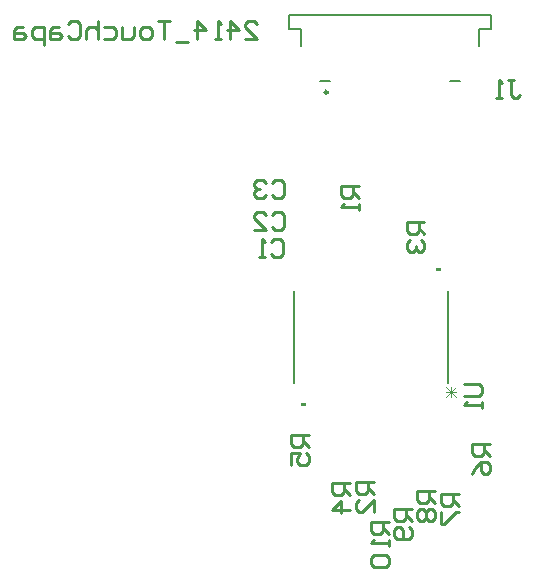
<source format=gbr>
%TF.GenerationSoftware,Altium Limited,Altium Designer,24.7.2 (38)*%
G04 Layer_Color=32896*
%FSLAX43Y43*%
%MOMM*%
%TF.SameCoordinates,179ED5A7-1FD7-47B0-8EB6-D2B1FD869DB5*%
%TF.FilePolarity,Positive*%
%TF.FileFunction,Legend,Bot*%
%TF.Part,Single*%
G01*
G75*
%TA.AperFunction,NonConductor*%
%ADD21C,0.254*%
%ADD22C,0.250*%
%ADD23C,0.200*%
%ADD24C,0.152*%
%ADD25C,0.076*%
G36*
X27867Y40808D02*
Y40554D01*
X27486D01*
Y40808D01*
X27867D01*
D02*
G37*
G36*
X39297Y51933D02*
Y52187D01*
X38916D01*
Y51933D01*
X39297D01*
D02*
G37*
D21*
X22730Y71605D02*
X23746D01*
X22730Y72621D01*
Y72875D01*
X22984Y73129D01*
X23492D01*
X23746Y72875D01*
X21461Y71605D02*
Y73129D01*
X22222Y72367D01*
X21207D01*
X20699Y71605D02*
X20191D01*
X20445D01*
Y73129D01*
X20699Y72875D01*
X18668Y71605D02*
Y73129D01*
X19429Y72367D01*
X18414D01*
X17906Y71351D02*
X16890D01*
X16382Y73129D02*
X15367D01*
X15875D01*
Y71605D01*
X14605D02*
X14097D01*
X13843Y71859D01*
Y72367D01*
X14097Y72621D01*
X14605D01*
X14859Y72367D01*
Y71859D01*
X14605Y71605D01*
X13335Y72621D02*
Y71859D01*
X13081Y71605D01*
X12320D01*
Y72621D01*
X10796D02*
X11558D01*
X11812Y72367D01*
Y71859D01*
X11558Y71605D01*
X10796D01*
X10288Y73129D02*
Y71605D01*
Y72367D01*
X10034Y72621D01*
X9527D01*
X9273Y72367D01*
Y71605D01*
X7749Y72875D02*
X8003Y73129D01*
X8511D01*
X8765Y72875D01*
Y71859D01*
X8511Y71605D01*
X8003D01*
X7749Y71859D01*
X6987Y72621D02*
X6480D01*
X6226Y72367D01*
Y71605D01*
X6987D01*
X7241Y71859D01*
X6987Y72113D01*
X6226D01*
X5718Y71097D02*
Y72621D01*
X4956D01*
X4702Y72367D01*
Y71859D01*
X4956Y71605D01*
X5718D01*
X3940Y72621D02*
X3433D01*
X3179Y72367D01*
Y71605D01*
X3940D01*
X4194Y71859D01*
X3940Y72113D01*
X3179D01*
X24965Y59417D02*
X25218Y59671D01*
X25726D01*
X25980Y59417D01*
Y58401D01*
X25726Y58147D01*
X25218D01*
X24965Y58401D01*
X24457Y59417D02*
X24203Y59671D01*
X23695D01*
X23441Y59417D01*
Y59163D01*
X23695Y58909D01*
X23949D01*
X23695D01*
X23441Y58655D01*
Y58401D01*
X23695Y58147D01*
X24203D01*
X24457Y58401D01*
X31638Y33984D02*
X30114D01*
Y33222D01*
X30368Y32968D01*
X30876D01*
X31130Y33222D01*
Y33984D01*
Y33476D02*
X31638Y32968D01*
Y31699D02*
X30114D01*
X30876Y32461D01*
Y31445D01*
X32400Y59163D02*
X30876D01*
Y58401D01*
X31130Y58147D01*
X31638D01*
X31892Y58401D01*
Y59163D01*
Y58655D02*
X32400Y58147D01*
Y57640D02*
Y57132D01*
Y57386D01*
X30876D01*
X31130Y57640D01*
X24965Y56687D02*
X25218Y56941D01*
X25726D01*
X25980Y56687D01*
Y55672D01*
X25726Y55418D01*
X25218D01*
X24965Y55672D01*
X23441Y55418D02*
X24457D01*
X23441Y56433D01*
Y56687D01*
X23695Y56941D01*
X24203D01*
X24457Y56687D01*
X24881Y54384D02*
X25135Y54638D01*
X25643D01*
X25897Y54384D01*
Y53369D01*
X25643Y53115D01*
X25135D01*
X24881Y53369D01*
X24373Y53115D02*
X23866D01*
X24120D01*
Y54638D01*
X24373Y54384D01*
X34879Y30735D02*
X33355D01*
Y29973D01*
X33609Y29719D01*
X34117D01*
X34371Y29973D01*
Y30735D01*
Y30227D02*
X34879Y29719D01*
Y29212D02*
Y28704D01*
Y28958D01*
X33355D01*
X33609Y29212D01*
Y27942D02*
X33355Y27688D01*
Y27180D01*
X33609Y26926D01*
X34625D01*
X34879Y27180D01*
Y27688D01*
X34625Y27942D01*
X33609D01*
X36887Y31785D02*
X35364D01*
Y31023D01*
X35618Y30769D01*
X36126D01*
X36380Y31023D01*
Y31785D01*
Y31277D02*
X36887Y30769D01*
X36633Y30262D02*
X36887Y30008D01*
Y29500D01*
X36633Y29246D01*
X35618D01*
X35364Y29500D01*
Y30008D01*
X35618Y30262D01*
X35872D01*
X36126Y30008D01*
Y29246D01*
X38799Y33308D02*
X37275D01*
Y32546D01*
X37529Y32292D01*
X38037D01*
X38291Y32546D01*
Y33308D01*
Y32800D02*
X38799Y32292D01*
X37529Y31784D02*
X37275Y31530D01*
Y31023D01*
X37529Y30769D01*
X37783D01*
X38037Y31023D01*
X38291Y30769D01*
X38545D01*
X38799Y31023D01*
Y31530D01*
X38545Y31784D01*
X38291D01*
X38037Y31530D01*
X37783Y31784D01*
X37529D01*
X38037Y31530D02*
Y31023D01*
X40808Y33049D02*
X39284D01*
Y32287D01*
X39538Y32033D01*
X40046D01*
X40300Y32287D01*
Y33049D01*
Y32541D02*
X40808Y32033D01*
X39284Y31525D02*
Y30509D01*
X39538D01*
X40554Y31525D01*
X40808D01*
X43497Y37325D02*
X41973D01*
Y36563D01*
X42227Y36310D01*
X42735D01*
X42989Y36563D01*
Y37325D01*
Y36817D02*
X43497Y36310D01*
X41973Y34786D02*
X42227Y35294D01*
X42735Y35802D01*
X43243D01*
X43497Y35548D01*
Y35040D01*
X43243Y34786D01*
X42989D01*
X42735Y35040D01*
Y35802D01*
X28118Y38062D02*
X26594D01*
Y37300D01*
X26848Y37046D01*
X27356D01*
X27610Y37300D01*
Y38062D01*
Y37554D02*
X28118Y37046D01*
X26594Y35523D02*
Y36538D01*
X27356D01*
X27102Y36030D01*
Y35777D01*
X27356Y35523D01*
X27864D01*
X28118Y35777D01*
Y36284D01*
X27864Y36538D01*
X37915Y56110D02*
X36392D01*
Y55349D01*
X36646Y55095D01*
X37154D01*
X37408Y55349D01*
Y56110D01*
Y55602D02*
X37915Y55095D01*
X36646Y54587D02*
X36392Y54333D01*
Y53825D01*
X36646Y53571D01*
X36900D01*
X37154Y53825D01*
Y54079D01*
Y53825D01*
X37408Y53571D01*
X37661D01*
X37915Y53825D01*
Y54333D01*
X37661Y54587D01*
X33647Y34053D02*
X32124D01*
Y33291D01*
X32378Y33037D01*
X32886D01*
X33140Y33291D01*
Y34053D01*
Y33545D02*
X33647Y33037D01*
Y31514D02*
Y32529D01*
X32632Y31514D01*
X32378D01*
X32124Y31768D01*
Y32276D01*
X32378Y32529D01*
X41235Y42356D02*
X42504D01*
X42758Y42102D01*
Y41595D01*
X42504Y41341D01*
X41235D01*
X42758Y40833D02*
Y40325D01*
Y40579D01*
X41235D01*
X41489Y40833D01*
X44996Y68102D02*
X45504D01*
X45250D01*
Y66833D01*
X45504Y66579D01*
X45758D01*
X46012Y66833D01*
X44489Y66579D02*
X43981D01*
X44235D01*
Y68102D01*
X44489Y67849D01*
D22*
X29722Y67091D02*
G03*
X29722Y67091I-125J0D01*
G01*
D23*
X42497Y72441D02*
X43572D01*
Y73616D01*
X42497Y70991D02*
Y72441D01*
X40097Y68066D02*
X40897D01*
X29097D02*
X29897D01*
X26422Y72441D02*
X27497D01*
X26422Y73616D02*
X43572D01*
X26422Y72441D02*
Y73616D01*
X27497Y70991D02*
Y72441D01*
D24*
X39919Y42497D02*
Y50244D01*
X26864Y42497D02*
Y50244D01*
D25*
X40546Y41328D02*
X39699Y42175D01*
Y41328D02*
X40546Y42175D01*
X40122Y41328D02*
Y42175D01*
X39699Y41752D02*
X40546D01*
%TF.MD5,f121ab4c35607ac70057de031a19c3b8*%
M02*

</source>
